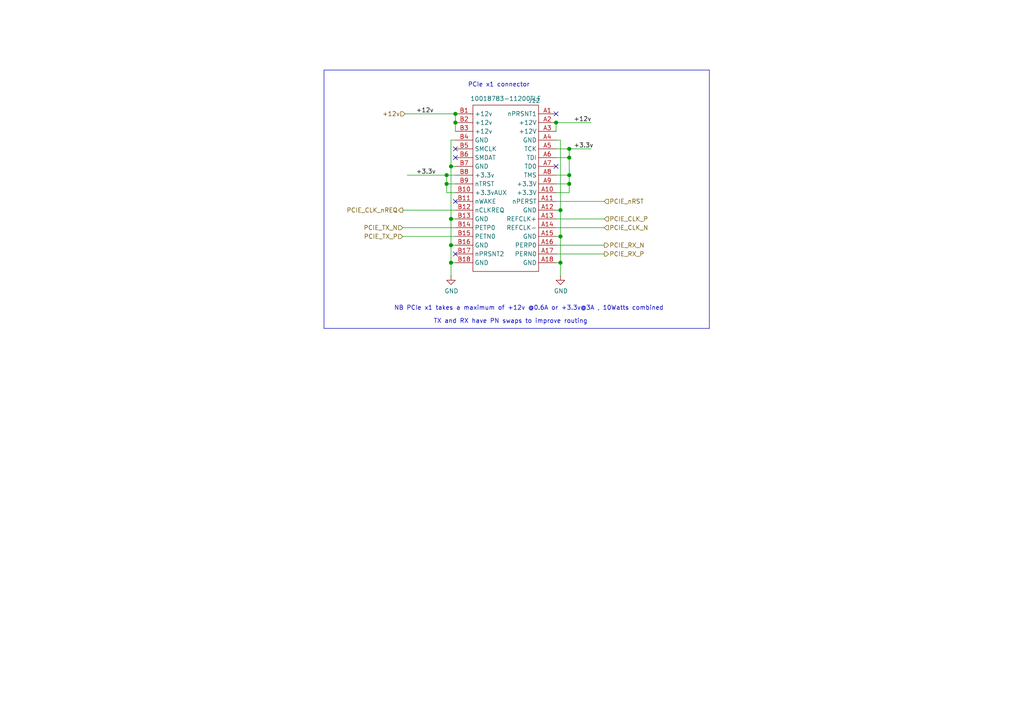
<source format=kicad_sch>
(kicad_sch (version 20231120) (generator "eeschema") (generator_version "8.0")
  (paper "A4")
  (title_block (title "Compute Module 4 IO Board - PCIe") (rev "1") (company "© 2020-2022 Raspberry Pi Ltd (formerly Raspberry Pi (Trading) Ltd.)") (comment 1 "www.raspberrypi.com"))
  (lib_symbols
    (symbol "CM4IO:PCIe-x1"
      (property "Reference" "J" (at -13.97 36.83 0))
      (property "Value" "PCIe-x1" (at -5.08 -13.97 0))
      (symbol "PCIe-x1_0_0"
        (pin passive line (at 10.16 33.02 180) (length 5.08) (name "nPRSNT1") (number "A1"))
        (pin power_in line (at 10.16 10.16 180) (length 5.08) (name "+3.3V") (number "A10"))
        (pin input line (at 10.16 7.62 180) (length 5.08) (name "nPERST") (number "A11"))
        (pin power_in line (at 10.16 5.08 180) (length 5.08) (name "GND") (number "A12"))
        (pin input line (at 10.16 2.54 180) (length 5.08) (name "REFCLK+") (number "A13"))
        (pin input line (at 10.16 0 180) (length 5.08) (name "REFCLK-") (number "A14"))
        (pin power_in line (at 10.16 -2.54 180) (length 5.08) (name "GND") (number "A15"))
        (pin output line (at 10.16 -5.08 180) (length 5.08) (name "PERP0") (number "A16"))
        (pin output line (at 10.16 -7.62 180) (length 5.08) (name "PERN0") (number "A17"))
        (pin power_in line (at 10.16 -10.16 180) (length 5.08) (name "GND") (number "A18"))
        (pin power_in line (at 10.16 30.48 180) (length 5.08) (name "+12V") (number "A2"))
        (pin power_in line (at 10.16 27.94 180) (length 5.08) (name "+12V") (number "A3"))
        (pin power_in line (at 10.16 25.4 180) (length 5.08) (name "GND") (number "A4"))
        (pin input line (at 10.16 22.86 180) (length 5.08) (name "TCK") (number "A5"))
        (pin input line (at 10.16 20.32 180) (length 5.08) (name "TDI") (number "A6"))
        (pin output line (at 10.16 17.78 180) (length 5.08) (name "TD0") (number "A7"))
        (pin input line (at 10.16 15.24 180) (length 5.08) (name "TMS") (number "A8"))
        (pin power_in line (at 10.16 12.7 180) (length 5.08) (name "+3.3V") (number "A9"))
        (pin power_in line (at -19.05 33.02 0) (length 5.08) (name "+12v") (number "B1"))
        (pin power_in line (at -19.05 10.16 0) (length 5.08) (name "+3.3vAUX") (number "B10"))
        (pin open_collector line (at -19.05 7.62 0) (length 5.08) (name "nWAKE") (number "B11"))
        (pin open_collector line (at -19.05 5.08 0) (length 5.08) (name "nCLKREQ") (number "B12"))
        (pin power_in line (at -19.05 2.54 0) (length 5.08) (name "GND") (number "B13"))
        (pin input line (at -19.05 0 0) (length 5.08) (name "PETP0") (number "B14"))
        (pin input line (at -19.05 -2.54 0) (length 5.08) (name "PETN0") (number "B15"))
        (pin power_in line (at -19.05 -5.08 0) (length 5.08) (name "GND") (number "B16"))
        (pin passive line (at -19.05 -7.62 0) (length 5.08) (name "nPRSNT2") (number "B17"))
        (pin power_in line (at -19.05 -10.16 0) (length 5.08) (name "GND") (number "B18"))
        (pin power_in line (at -19.05 30.48 0) (length 5.08) (name "+12v") (number "B2"))
        (pin power_in line (at -19.05 27.94 0) (length 5.08) (name "+12v") (number "B3"))
        (pin power_in line (at -19.05 25.4 0) (length 5.08) (name "GND") (number "B4"))
        (pin passive line (at -19.05 22.86 0) (length 5.08) (name "SMCLK") (number "B5"))
        (pin passive line (at -19.05 20.32 0) (length 5.08) (name "SMDAT") (number "B6"))
        (pin power_in line (at -19.05 17.78 0) (length 5.08) (name "GND") (number "B7"))
        (pin power_in line (at -19.05 15.24 0) (length 5.08) (name "+3.3v") (number "B8"))
        (pin input line (at -19.05 12.7 0) (length 5.08) (name "nTRST") (number "B9"))
      )
      (symbol "PCIe-x1_0_1"
        (rectangle (start -13.97 35.56) (end 5.08 -12.7))
      )
    )
    (symbol "power:GND" (power) (pin_numbers hide) (pin_names (offset 0) hide)
      (property "Value" "GND" (at 0 -3.81 0))
      (symbol "GND_0_1"
        (polyline (pts (xy 0 0) (xy 0 -1.27) (xy 1.27 -1.27) (xy 0 -2.54) (xy -1.27 -1.27) (xy 0 -1.27)))
      )
      (symbol "GND_1_1"
        (pin power_in line (at 0 0 270) (length 0) (name "~") (number "1"))
      )
    )
  )
  (junction (at 162.56 60.96) (diameter 1.016))
  (junction (at 162.56 76.2) (diameter 1.016))
  (junction (at 130.81 76.2) (diameter 1.016))
  (junction (at 165.1 50.8) (diameter 1.016))
  (junction (at 130.81 63.5) (diameter 1.016))
  (junction (at 132.08 33.02) (diameter 1.016))
  (junction (at 132.08 35.56) (diameter 1.016))
  (junction (at 162.56 68.58) (diameter 1.016))
  (junction (at 129.54 50.8) (diameter 1.016))
  (junction (at 165.1 43.18) (diameter 1.016))
  (junction (at 129.54 53.34) (diameter 1.016))
  (junction (at 165.1 53.34) (diameter 1.016))
  (junction (at 165.1 45.72) (diameter 1.016))
  (junction (at 161.29 35.56) (diameter 1.016))
  (junction (at 130.81 71.12) (diameter 1.016))
  (junction (at 130.81 48.26) (diameter 1.016))
  (no_connect (at 132.08 73.66))
  (no_connect (at 132.08 43.18))
  (no_connect (at 161.29 33.02))
  (no_connect (at 161.29 48.26))
  (no_connect (at 132.08 45.72))
  (no_connect (at 132.08 58.42))
  (wire (pts (xy 161.29 38.1) (xy 161.29 35.56)))
  (wire (pts (xy 161.29 43.18) (xy 165.1 43.18)))
  (wire (pts (xy 132.08 38.1) (xy 132.08 35.56)))
  (wire (pts (xy 161.29 63.5) (xy 175.26 63.5)))
  (wire (pts (xy 130.81 63.5) (xy 130.81 71.12)))
  (wire (pts (xy 130.81 76.2) (xy 130.81 80.01)))
  (wire (pts (xy 130.81 71.12) (xy 130.81 76.2)))
  (wire (pts (xy 132.08 71.12) (xy 130.81 71.12)))
  (polyline (pts (xy 93.98 95.25) (xy 93.98 20.32)) (stroke (width 0) (type solid)))
  (wire (pts (xy 162.56 76.2) (xy 162.56 80.01)))
  (wire (pts (xy 161.29 55.88) (xy 165.1 55.88)))
  (wire (pts (xy 129.54 53.34) (xy 129.54 55.88)))
  (wire (pts (xy 161.29 66.04) (xy 175.26 66.04)))
  (wire (pts (xy 162.56 60.96) (xy 162.56 68.58)))
  (wire (pts (xy 161.29 45.72) (xy 165.1 45.72)))
  (wire (pts (xy 161.29 35.56) (xy 171.45 35.56)))
  (wire (pts (xy 129.54 50.8) (xy 132.08 50.8)))
  (wire (pts (xy 162.56 76.2) (xy 161.29 76.2)))
  (wire (pts (xy 161.29 73.66) (xy 175.26 73.66)))
  (wire (pts (xy 162.56 68.58) (xy 162.56 76.2)))
  (wire (pts (xy 161.29 60.96) (xy 162.56 60.96)))
  (wire (pts (xy 132.08 60.96) (xy 116.84 60.96)))
  (polyline (pts (xy 93.98 20.32) (xy 205.74 20.32)) (stroke (width 0) (type solid)))
  (wire (pts (xy 129.54 55.88) (xy 132.08 55.88)))
  (wire (pts (xy 165.1 55.88) (xy 165.1 53.34)))
  (wire (pts (xy 132.08 35.56) (xy 132.08 33.02)))
  (wire (pts (xy 130.81 40.64) (xy 130.81 48.26)))
  (wire (pts (xy 130.81 48.26) (xy 130.81 63.5)))
  (wire (pts (xy 129.54 53.34) (xy 132.08 53.34)))
  (wire (pts (xy 132.08 63.5) (xy 130.81 63.5)))
  (wire (pts (xy 118.11 50.8) (xy 129.54 50.8)))
  (wire (pts (xy 161.29 40.64) (xy 162.56 40.64)))
  (wire (pts (xy 117.475 33.02) (xy 132.08 33.02)))
  (wire (pts (xy 161.29 50.8) (xy 165.1 50.8)))
  (wire (pts (xy 132.08 40.64) (xy 130.81 40.64)))
  (wire (pts (xy 165.1 43.18) (xy 165.1 45.72)))
  (polyline (pts (xy 205.74 20.32) (xy 205.74 95.25)) (stroke (width 0) (type solid)))
  (wire (pts (xy 165.1 45.72) (xy 165.1 50.8)))
  (wire (pts (xy 129.54 50.8) (xy 129.54 53.34)))
  (wire (pts (xy 132.08 68.58) (xy 116.84 68.58)))
  (wire (pts (xy 165.1 43.18) (xy 171.45 43.18)))
  (wire (pts (xy 161.29 68.58) (xy 162.56 68.58)))
  (wire (pts (xy 162.56 40.64) (xy 162.56 60.96)))
  (wire (pts (xy 132.08 48.26) (xy 130.81 48.26)))
  (polyline (pts (xy 205.74 95.25) (xy 93.98 95.25)) (stroke (width 0) (type solid)))
  (wire (pts (xy 132.08 66.04) (xy 116.84 66.04)))
  (wire (pts (xy 161.29 71.12) (xy 175.26 71.12)))
  (wire (pts (xy 130.81 76.2) (xy 132.08 76.2)))
  (wire (pts (xy 165.1 50.8) (xy 165.1 53.34)))
  (wire (pts (xy 161.29 53.34) (xy 165.1 53.34)))
  (wire (pts (xy 161.29 58.42) (xy 175.26 58.42)))
  (text "TX and RX have PN swaps to improve routing\n" (at 125.73 93.98 0) (effects (font (size 1.27 1.27)) (justify left bottom)))
  (text "PCIe x1 connector" (at 153.67 25.4 0) (effects (font (size 1.27 1.27)) (justify right bottom)))
  (text "NB PCIe x1 takes a maximum of +12v @0.6A or +3.3v@3A , 10Watts combined" (at 114.3 90.17 0) (effects (font (size 1.27 1.27)) (justify left bottom)))
  (label "+12v" (at 120.65 33.02 0))
  (label "+3.3v" (at 120.65 50.8 0))
  (label "+3.3v" (at 166.37 43.18 0))
  (label "+12v" (at 166.37 35.56 0))
  (hierarchical_label "PCIE_RX_P" (shape output) (at 175.26 73.66 0))
  (hierarchical_label "PCIE_CLK_P" (shape input) (at 175.26 63.5 0))
  (hierarchical_label "PCIE_RX_N" (shape output) (at 175.26 71.12 0))
  (hierarchical_label "PCIE_nRST" (shape input) (at 175.26 58.42 0))
  (hierarchical_label "PCIE_CLK_N" (shape input) (at 175.26 66.04 0))
  (hierarchical_label "+12v" (shape input) (at 117.475 33.02 180))
  (hierarchical_label "PCIE_CLK_nREQ" (shape output) (at 116.84 60.96 180))
  (hierarchical_label "PCIE_TX_N" (shape input) (at 116.84 66.04 180))
  (hierarchical_label "PCIE_TX_P" (shape input) (at 116.84 68.58 180))
  (symbol (lib_id "power:GND") (at 130.81 80.01 0) (unit 1)
    (property "Reference" "#PWR015" (effects (hide yes)))
    (property "Value" "GND" (at 130.937 84.4042 0))
    (property "Description" "Power symbol creates a global label with name \"GND\" , ground" (effects (hide yes)))
  )
  (symbol (lib_id "power:GND") (at 162.56 80.01 0) (unit 1)
    (property "Reference" "#PWR020" (effects (hide yes)))
    (property "Value" "GND" (at 162.687 84.4042 0))
    (property "Description" "Power symbol creates a global label with name \"GND\" , ground" (effects (hide yes)))
  )
  (symbol (lib_id "CM4IO:PCIe-x1") (at 151.13 66.04 0) (unit 1)
    (property "Reference" "J12" (at 154.94 29.21 0))
    (property "Value" "10018783-11200TLF" (at 146.685 28.6004 0))
    (property "Footprint" "CM4IO:PCIex1-36" (effects (hide yes)))
    (property "Datasheet" "https://www.mouser.co.uk/datasheet/2/18/10018783-1525093.pdf" (effects (hide yes)))
    (property "Field4" "Mouser" (effects (hide yes)))
    (property "Field5" "649-10018783-1200TLF" (effects (hide yes)))
    (property "Part Description" "PCI Express/PCI Connectors PCIE THROUGH HOLE 36P" (effects (hide yes)))
    (property "Field6" "10018783-11200TLF" (effects (hide yes)))
    (property "Field7" "Amphenol FCI" (effects (hide yes)))
  )
)
</source>
